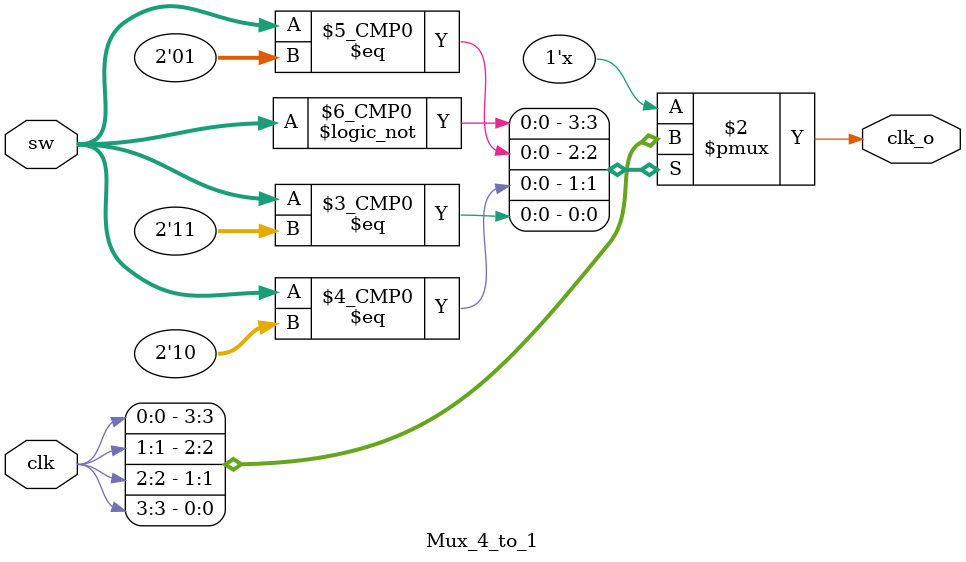
<source format=v>
module Mux_4_to_1
( input wire [3:0] clk,
input wire [1:0] sw,
output reg clk_o
);
// signal declaration
// clk_o ;
	always @(clk,sw)
	case (sw)
	0: clk_o <= clk[0];
	1: clk_o <= clk[1];
	2: clk_o <= clk[2];
	3: clk_o <= clk[3];
	endcase
endmodule
</source>
